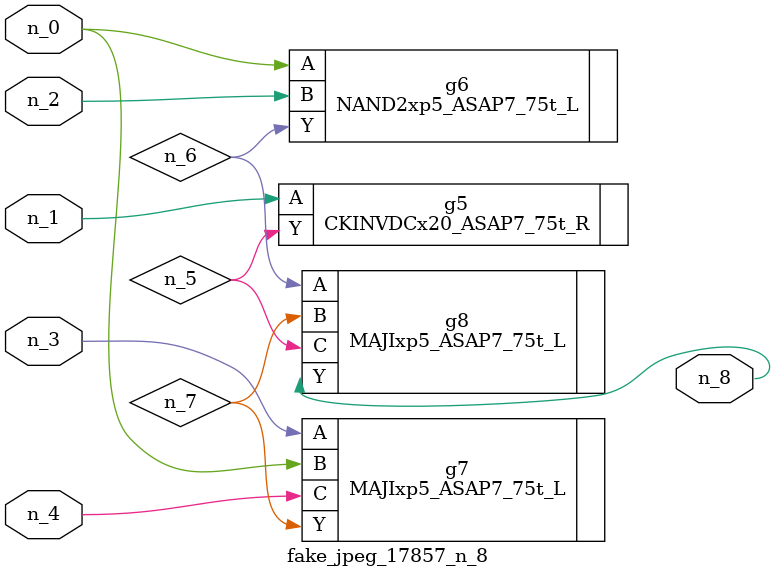
<source format=v>
module fake_jpeg_17857_n_8 (n_3, n_2, n_1, n_0, n_4, n_8);

input n_3;
input n_2;
input n_1;
input n_0;
input n_4;

output n_8;

wire n_6;
wire n_5;
wire n_7;

CKINVDCx20_ASAP7_75t_R g5 ( 
.A(n_1),
.Y(n_5)
);

NAND2xp5_ASAP7_75t_L g6 ( 
.A(n_0),
.B(n_2),
.Y(n_6)
);

MAJIxp5_ASAP7_75t_L g7 ( 
.A(n_3),
.B(n_0),
.C(n_4),
.Y(n_7)
);

MAJIxp5_ASAP7_75t_L g8 ( 
.A(n_6),
.B(n_7),
.C(n_5),
.Y(n_8)
);


endmodule
</source>
